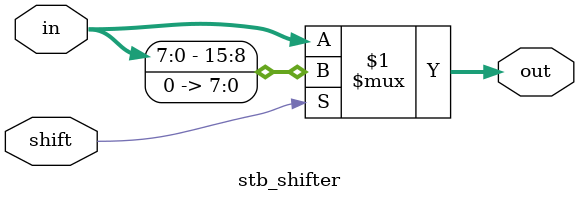
<source format=sv>
module stb_shifter #(parameter width = 16)
(

	input [width-1:0] in,
	input logic shift,
	output logic [width-1:0] out 
);

assign out = shift ? $unsigned({in[7:0],8'b00000000}) : in ;

endmodule : stb_shifter
</source>
